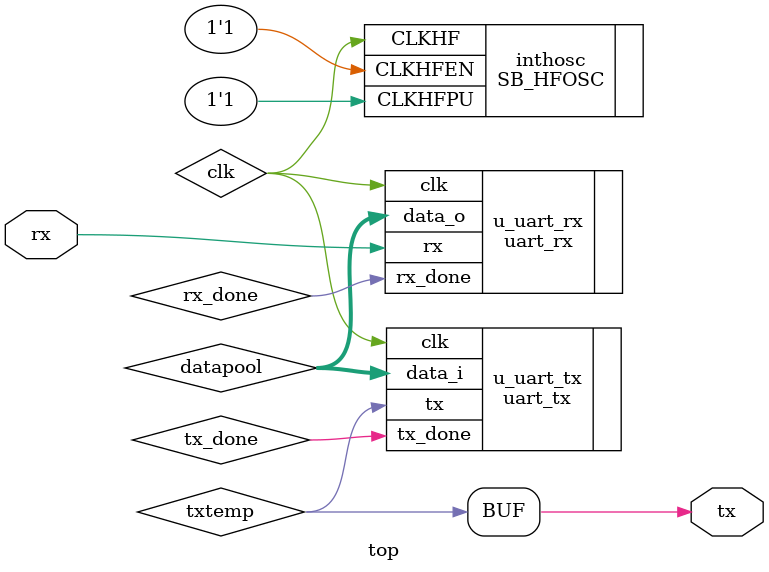
<source format=v>
module top(
	input wire rx,
	output wire tx
	);

wire clk;

SB_HFOSC inthosc (
  .CLKHFPU(1'b1),
  .CLKHFEN(1'b1),
  .CLKHF(clk)
);

//reg          clk    ;
//reg   [7:0]  data_i ;
//wire         tx     ;
wire         tx_done;
wire         rx_done;
//wire         rx     ;
//wire  [7:0]  data_o ;
wire  [7:0] datapool;
wire  txtemp;
    
	//assign          rx = tx;// 
	
    uart_rx u_uart_rx(
        .clk    (clk    ),
	    .rx     (rx     ),
	    .data_o (datapool),
	    .rx_done(rx_done)
    );

    //assign data_i = data_o;

    uart_tx u_uart_tx(
        .clk    ( clk    ),
	    .data_i ( datapool ),
	    .tx     ( txtemp     ),
	    .tx_done( tx_done)
    );	
assign tx = txtemp;
    
endmodule


</source>
